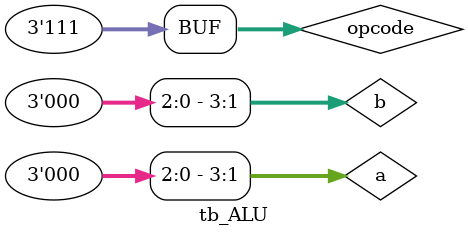
<source format=v>
module ALU (
    input[3:0]a,b,
    input[2:0]opcode,
    output reg [7:0] result
);

parameter add_op = 3'b000,
sub_op = 3'b001,
mul_op = 3'b010,
and_op = 3'b011,
or_op = 3'b100,
not_op = 3'b101, //negation
xor_op = 3'b110,
xnor_op = 3'b111;

always @(a,b,opcode) begin
  case (opcode)
    add_op: result = a + b;
    sub_op: result = a - b;
    mul_op: result = a * b;
    and_op: result = a & b; //also ab
    or_op: result = a | b;
    not_op: result = ~a; //also ~b
    xor_op: result = a ^ b;
    xnor_op: result = ~(a ^ b);
  endcase  
end
endmodule //ALU_8bit

module tb_ALU (
    
);
    reg[3:0]a,b;
    reg[2:0]opcode;
    wire [7:0]result;
    initial begin
        repeat(2)begin opcode=3'd0;a=$random;b=$random;#10;end
        repeat(2)begin opcode=3'd1;a=$random;b=$random;#10;end
        repeat(2)begin opcode=3'd2;a=$random;b=$random;#10;end
        repeat(2)begin opcode=3'd3;a=$random;b=$random;#10;end
        repeat(2)begin opcode=3'd4;a=$random;b=$random;#10;end
        repeat(2)begin opcode=3'd5;a=$random;b=$random;#10;end
        repeat(2)begin opcode=3'd6;a=$random;b=$random;#10;end
        repeat(2)begin opcode=3'd7;a=$random;b=$random;#10;end
    end
    initial begin
        $monitor(" A=%b | B=%b | Opcode = %b | Result=%b",a,b,opcode,result);
    end
    ALU a1(a,b,opcode,result) ; 
endmodule //ALU_8bit

</source>
